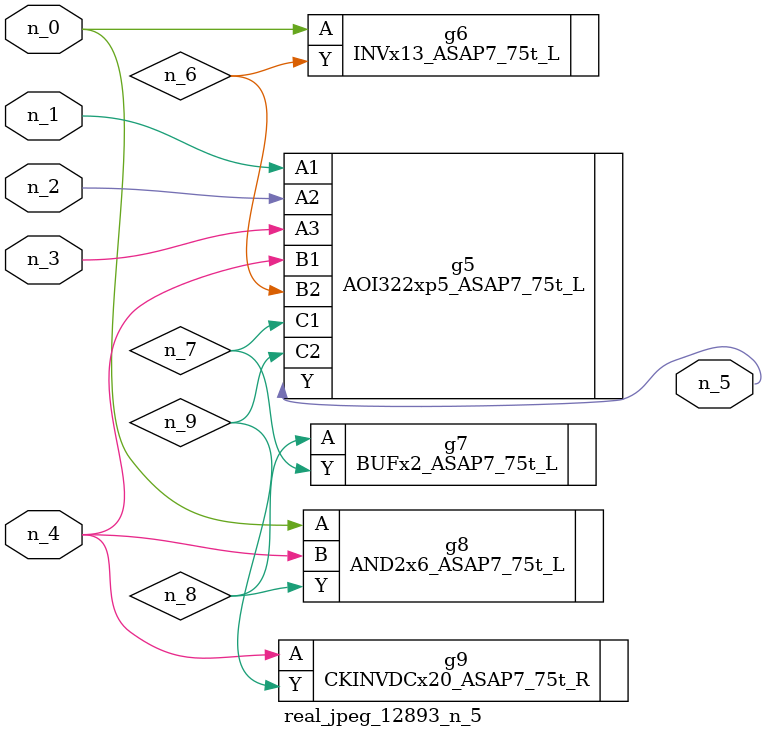
<source format=v>
module real_jpeg_12893_n_5 (n_4, n_0, n_1, n_2, n_3, n_5);

input n_4;
input n_0;
input n_1;
input n_2;
input n_3;

output n_5;

wire n_8;
wire n_6;
wire n_7;
wire n_9;

INVx13_ASAP7_75t_L g6 ( 
.A(n_0),
.Y(n_6)
);

AND2x6_ASAP7_75t_L g8 ( 
.A(n_0),
.B(n_4),
.Y(n_8)
);

AOI322xp5_ASAP7_75t_L g5 ( 
.A1(n_1),
.A2(n_2),
.A3(n_3),
.B1(n_4),
.B2(n_6),
.C1(n_7),
.C2(n_9),
.Y(n_5)
);

CKINVDCx20_ASAP7_75t_R g9 ( 
.A(n_4),
.Y(n_9)
);

BUFx2_ASAP7_75t_L g7 ( 
.A(n_8),
.Y(n_7)
);


endmodule
</source>
